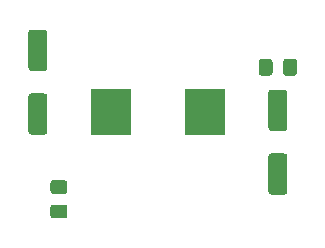
<source format=gbr>
%TF.GenerationSoftware,KiCad,Pcbnew,(5.1.7)-1*%
%TF.CreationDate,2021-05-02T00:17:45+08:00*%
%TF.ProjectId,t12_pps_power,7431325f-7070-4735-9f70-6f7765722e6b,rev?*%
%TF.SameCoordinates,Original*%
%TF.FileFunction,Paste,Bot*%
%TF.FilePolarity,Positive*%
%FSLAX46Y46*%
G04 Gerber Fmt 4.6, Leading zero omitted, Abs format (unit mm)*
G04 Created by KiCad (PCBNEW (5.1.7)-1) date 2021-05-02 00:17:45*
%MOMM*%
%LPD*%
G01*
G04 APERTURE LIST*
%ADD10R,3.500000X4.000000*%
G04 APERTURE END LIST*
D10*
%TO.C,L1*%
X65850000Y-73660000D03*
X73850000Y-73660000D03*
%TD*%
%TO.C,C2*%
G36*
G01*
X59140000Y-66670000D02*
X60240000Y-66670000D01*
G75*
G02*
X60490000Y-66920000I0J-250000D01*
G01*
X60490000Y-69920000D01*
G75*
G02*
X60240000Y-70170000I-250000J0D01*
G01*
X59140000Y-70170000D01*
G75*
G02*
X58890000Y-69920000I0J250000D01*
G01*
X58890000Y-66920000D01*
G75*
G02*
X59140000Y-66670000I250000J0D01*
G01*
G37*
G36*
G01*
X59140000Y-72070000D02*
X60240000Y-72070000D01*
G75*
G02*
X60490000Y-72320000I0J-250000D01*
G01*
X60490000Y-75320000D01*
G75*
G02*
X60240000Y-75570000I-250000J0D01*
G01*
X59140000Y-75570000D01*
G75*
G02*
X58890000Y-75320000I0J250000D01*
G01*
X58890000Y-72320000D01*
G75*
G02*
X59140000Y-72070000I250000J0D01*
G01*
G37*
%TD*%
%TO.C,C3*%
G36*
G01*
X61943000Y-80576000D02*
X60993000Y-80576000D01*
G75*
G02*
X60743000Y-80326000I0J250000D01*
G01*
X60743000Y-79651000D01*
G75*
G02*
X60993000Y-79401000I250000J0D01*
G01*
X61943000Y-79401000D01*
G75*
G02*
X62193000Y-79651000I0J-250000D01*
G01*
X62193000Y-80326000D01*
G75*
G02*
X61943000Y-80576000I-250000J0D01*
G01*
G37*
G36*
G01*
X61943000Y-82651000D02*
X60993000Y-82651000D01*
G75*
G02*
X60743000Y-82401000I0J250000D01*
G01*
X60743000Y-81726000D01*
G75*
G02*
X60993000Y-81476000I250000J0D01*
G01*
X61943000Y-81476000D01*
G75*
G02*
X62193000Y-81726000I0J-250000D01*
G01*
X62193000Y-82401000D01*
G75*
G02*
X61943000Y-82651000I-250000J0D01*
G01*
G37*
%TD*%
%TO.C,C4*%
G36*
G01*
X79460000Y-77150000D02*
X80560000Y-77150000D01*
G75*
G02*
X80810000Y-77400000I0J-250000D01*
G01*
X80810000Y-80400000D01*
G75*
G02*
X80560000Y-80650000I-250000J0D01*
G01*
X79460000Y-80650000D01*
G75*
G02*
X79210000Y-80400000I0J250000D01*
G01*
X79210000Y-77400000D01*
G75*
G02*
X79460000Y-77150000I250000J0D01*
G01*
G37*
G36*
G01*
X79460000Y-71750000D02*
X80560000Y-71750000D01*
G75*
G02*
X80810000Y-72000000I0J-250000D01*
G01*
X80810000Y-75000000D01*
G75*
G02*
X80560000Y-75250000I-250000J0D01*
G01*
X79460000Y-75250000D01*
G75*
G02*
X79210000Y-75000000I0J250000D01*
G01*
X79210000Y-72000000D01*
G75*
G02*
X79460000Y-71750000I250000J0D01*
G01*
G37*
%TD*%
%TO.C,C5*%
G36*
G01*
X78385000Y-70325000D02*
X78385000Y-69375000D01*
G75*
G02*
X78635000Y-69125000I250000J0D01*
G01*
X79310000Y-69125000D01*
G75*
G02*
X79560000Y-69375000I0J-250000D01*
G01*
X79560000Y-70325000D01*
G75*
G02*
X79310000Y-70575000I-250000J0D01*
G01*
X78635000Y-70575000D01*
G75*
G02*
X78385000Y-70325000I0J250000D01*
G01*
G37*
G36*
G01*
X80460000Y-70325000D02*
X80460000Y-69375000D01*
G75*
G02*
X80710000Y-69125000I250000J0D01*
G01*
X81385000Y-69125000D01*
G75*
G02*
X81635000Y-69375000I0J-250000D01*
G01*
X81635000Y-70325000D01*
G75*
G02*
X81385000Y-70575000I-250000J0D01*
G01*
X80710000Y-70575000D01*
G75*
G02*
X80460000Y-70325000I0J250000D01*
G01*
G37*
%TD*%
M02*

</source>
